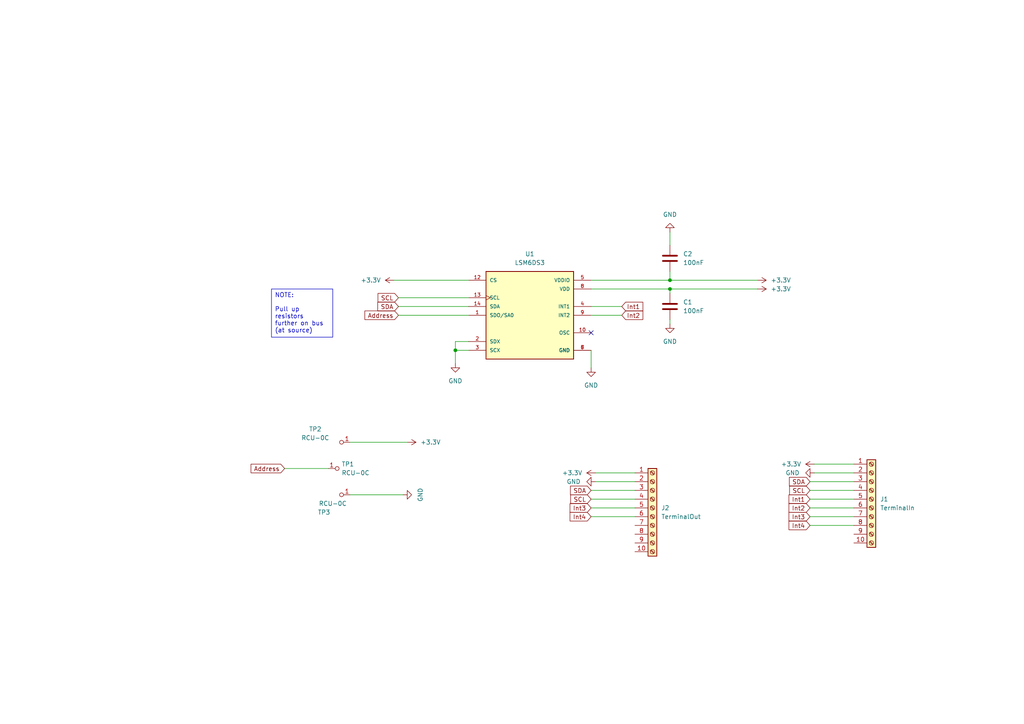
<source format=kicad_sch>
(kicad_sch (version 20230121) (generator eeschema)
  (paper "A4")
  (lib_symbols
    (symbol "Connector:Screw_Terminal_01x10" (pin_names (offset 1.016) hide)
      (property "Reference" "J" (at 0 12.7 0))
      (property "Value" "Screw_Terminal_01x10" (at 0 -15.24 0))
      (symbol "Screw_Terminal_01x10_1_1"
        (rectangle (start -1.27 11.43) (end 1.27 -13.97) (stroke (width 0.254)) (fill (type background)))
        (circle (center 0 -12.7) (radius 0.635) (stroke (width 0.1524)))
        (circle (center 0 -10.16) (radius 0.635) (stroke (width 0.1524)))
        (circle (center 0 -7.62) (radius 0.635) (stroke (width 0.1524)))
        (circle (center 0 -5.08) (radius 0.635) (stroke (width 0.1524)))
        (circle (center 0 -2.54) (radius 0.635) (stroke (width 0.1524)))
        (polyline (pts (xy -0.5334 -12.3698) (xy 0.3302 -13.208)) (stroke (width 0.1524)))
        (polyline (pts (xy -0.5334 -9.8298) (xy 0.3302 -10.668)) (stroke (width 0.1524)))
        (polyline (pts (xy -0.5334 -7.2898) (xy 0.3302 -8.128)) (stroke (width 0.1524)))
        (polyline (pts (xy -0.5334 -4.7498) (xy 0.3302 -5.588)) (stroke (width 0.1524)))
        (polyline (pts (xy -0.5334 -2.2098) (xy 0.3302 -3.048)) (stroke (width 0.1524)))
        (polyline (pts (xy -0.5334 0.3302) (xy 0.3302 -0.508)) (stroke (width 0.1524)))
        (polyline (pts (xy -0.5334 2.8702) (xy 0.3302 2.032)) (stroke (width 0.1524)))
        (polyline (pts (xy -0.5334 5.4102) (xy 0.3302 4.572)) (stroke (width 0.1524)))
        (polyline (pts (xy -0.5334 7.9502) (xy 0.3302 7.112)) (stroke (width 0.1524)))
        (polyline (pts (xy -0.5334 10.4902) (xy 0.3302 9.652)) (stroke (width 0.1524)))
        (polyline (pts (xy -0.3556 -12.192) (xy 0.508 -13.0302)) (stroke (width 0.1524)))
        (polyline (pts (xy -0.3556 -9.652) (xy 0.508 -10.4902)) (stroke (width 0.1524)))
        (polyline (pts (xy -0.3556 -7.112) (xy 0.508 -7.9502)) (stroke (width 0.1524)))
        (polyline (pts (xy -0.3556 -4.572) (xy 0.508 -5.4102)) (stroke (width 0.1524)))
        (polyline (pts (xy -0.3556 -2.032) (xy 0.508 -2.8702)) (stroke (width 0.1524)))
        (polyline (pts (xy -0.3556 0.508) (xy 0.508 -0.3302)) (stroke (width 0.1524)))
        (polyline (pts (xy -0.3556 3.048) (xy 0.508 2.2098)) (stroke (width 0.1524)))
        (polyline (pts (xy -0.3556 5.588) (xy 0.508 4.7498)) (stroke (width 0.1524)))
        (polyline (pts (xy -0.3556 8.128) (xy 0.508 7.2898)) (stroke (width 0.1524)))
        (polyline (pts (xy -0.3556 10.668) (xy 0.508 9.8298)) (stroke (width 0.1524)))
        (circle (center 0 0) (radius 0.635) (stroke (width 0.1524)))
        (circle (center 0 2.54) (radius 0.635) (stroke (width 0.1524)))
        (circle (center 0 5.08) (radius 0.635) (stroke (width 0.1524)))
        (circle (center 0 7.62) (radius 0.635) (stroke (width 0.1524)))
        (circle (center 0 10.16) (radius 0.635) (stroke (width 0.1524)))
        (pin passive line (at -5.08 10.16 0) (length 3.81) (name "Pin_1") (number "1"))
        (pin passive line (at -5.08 -12.7 0) (length 3.81) (name "Pin_10") (number "10"))
        (pin passive line (at -5.08 7.62 0) (length 3.81) (name "Pin_2") (number "2"))
        (pin passive line (at -5.08 5.08 0) (length 3.81) (name "Pin_3") (number "3"))
        (pin passive line (at -5.08 2.54 0) (length 3.81) (name "Pin_4") (number "4"))
        (pin passive line (at -5.08 0 0) (length 3.81) (name "Pin_5") (number "5"))
        (pin passive line (at -5.08 -2.54 0) (length 3.81) (name "Pin_6") (number "6"))
        (pin passive line (at -5.08 -5.08 0) (length 3.81) (name "Pin_7") (number "7"))
        (pin passive line (at -5.08 -7.62 0) (length 3.81) (name "Pin_8") (number "8"))
        (pin passive line (at -5.08 -10.16 0) (length 3.81) (name "Pin_9") (number "9"))
      )
    )
    (symbol "Device:C" (pin_numbers hide) (pin_names (offset 0.254))
      (property "Reference" "C" (at 0.635 2.54 0))
      (property "Value" "C" (at 0.635 -2.54 0))
      (symbol "C_0_1"
        (polyline (pts (xy -2.032 -0.762) (xy 2.032 -0.762)) (stroke (width 0.508)))
        (polyline (pts (xy -2.032 0.762) (xy 2.032 0.762)) (stroke (width 0.508)))
      )
      (symbol "C_1_1"
        (pin passive line (at 0 3.81 270) (length 2.794) (name "~") (number "1"))
        (pin passive line (at 0 -3.81 90) (length 2.794) (name "~") (number "2"))
      )
    )
    (symbol "LSM6DS3:LSM6DS3" (pin_names (offset 1.016))
      (property "Reference" "U" (at -12.7204 13.2292 0))
      (property "Value" "LSM6DS3" (at -12.7011 -15.2414 0))
      (symbol "LSM6DS3_0_0"
        (rectangle (start -12.7 -12.7) (end 12.7 12.7) (stroke (width 0.254)) (fill (type background)))
        (pin bidirectional line (at -17.78 0 0) (length 5.08) (name "SDO/SA0") (number "1"))
        (pin bidirectional line (at 17.78 -5.08 180) (length 5.08) (name "OSC") (number "10"))
        (pin input line (at -17.78 10.16 0) (length 5.08) (name "CS") (number "12"))
        (pin input clock (at -17.78 5.08 0) (length 5.08) (name "SCL") (number "13"))
        (pin bidirectional line (at -17.78 2.54 0) (length 5.08) (name "SDA") (number "14"))
        (pin bidirectional line (at -17.78 -7.62 0) (length 5.08) (name "SDX") (number "2"))
        (pin bidirectional line (at -17.78 -10.16 0) (length 5.08) (name "SCX") (number "3"))
        (pin output line (at 17.78 2.54 180) (length 5.08) (name "INT1") (number "4"))
        (pin power_in line (at 17.78 10.16 180) (length 5.08) (name "VDDIO") (number "5"))
        (pin power_in line (at 17.78 -10.16 180) (length 5.08) (name "GND") (number "6"))
        (pin power_in line (at 17.78 -10.16 180) (length 5.08) (name "GND") (number "7"))
        (pin power_in line (at 17.78 7.62 180) (length 5.08) (name "VDD") (number "8"))
        (pin output line (at 17.78 0 180) (length 5.08) (name "INT2") (number "9"))
      )
    )
    (symbol "dk_Test-Points:RCU-0C" (pin_names (offset 1.016))
      (property "Reference" "TP" (at -2.54 1.27 0))
      (property "Value" "RCU-0C" (at 0 -2.54 0))
      (symbol "RCU-0C_0_1"
        (circle (center 0 0) (radius 0.5588))
      )
      (symbol "RCU-0C_1_1"
        (pin passive line (at 0 2.54 270) (length 1.905) (name "~") (number "1"))
      )
    )
    (symbol "power:+3.3V" (power) (pin_names (offset 0))
      (property "Value" "+3.3V" (at 0 3.556 0))
      (symbol "+3.3V_0_1"
        (polyline (pts (xy -0.762 1.27) (xy 0 2.54)))
        (polyline (pts (xy 0 0) (xy 0 2.54)))
        (polyline (pts (xy 0 2.54) (xy 0.762 1.27)))
      )
      (symbol "+3.3V_1_1"
        (pin power_in line (at 0 0 90) (length 0) hide (name "+3.3V") (number "1"))
      )
    )
    (symbol "power:GND" (power) (pin_names (offset 0))
      (property "Value" "GND" (at 0 -3.81 0))
      (symbol "GND_0_1"
        (polyline (pts (xy 0 0) (xy 0 -1.27) (xy 1.27 -1.27) (xy 0 -2.54) (xy -1.27 -1.27) (xy 0 -1.27)))
      )
      (symbol "GND_1_1"
        (pin power_in line (at 0 0 270) (length 0) hide (name "GND") (number "1"))
      )
    )
  )
  (junction (at 194.31 83.82))
  (junction (at 194.31 81.28))
  (junction (at 132.08 101.6))
  (no_connect (at 171.45 96.52))
  (wire (pts (xy 236.22 137.16) (xy 247.65 137.16)))
  (wire (pts (xy 114.3 81.28) (xy 135.89 81.28)))
  (wire (pts (xy 234.95 144.78) (xy 247.65 144.78)))
  (wire (pts (xy 234.95 139.7) (xy 247.65 139.7)))
  (wire (pts (xy 171.45 149.86) (xy 184.15 149.86)))
  (wire (pts (xy 171.45 83.82) (xy 194.31 83.82)))
  (wire (pts (xy 115.57 86.36) (xy 135.89 86.36)))
  (wire (pts (xy 172.72 137.16) (xy 184.15 137.16)))
  (wire (pts (xy 234.95 142.24) (xy 247.65 142.24)))
  (wire (pts (xy 194.31 78.74) (xy 194.31 81.28)))
  (wire (pts (xy 101.6 128.27) (xy 118.11 128.27)))
  (wire (pts (xy 194.31 83.82) (xy 194.31 85.09)))
  (wire (pts (xy 115.57 88.9) (xy 135.89 88.9)))
  (wire (pts (xy 171.45 101.6) (xy 171.45 106.68)))
  (wire (pts (xy 234.95 147.32) (xy 247.65 147.32)))
  (wire (pts (xy 234.95 152.4) (xy 247.65 152.4)))
  (wire (pts (xy 135.89 101.6) (xy 132.08 101.6)))
  (wire (pts (xy 171.45 81.28) (xy 194.31 81.28)))
  (wire (pts (xy 82.55 135.89) (xy 95.25 135.89)))
  (wire (pts (xy 171.45 142.24) (xy 184.15 142.24)))
  (wire (pts (xy 194.31 67.31) (xy 194.31 71.12)))
  (wire (pts (xy 194.31 83.82) (xy 219.71 83.82)))
  (wire (pts (xy 135.89 99.06) (xy 132.08 99.06)))
  (wire (pts (xy 115.57 91.44) (xy 135.89 91.44)))
  (wire (pts (xy 171.45 91.44) (xy 180.34 91.44)))
  (wire (pts (xy 234.95 149.86) (xy 247.65 149.86)))
  (wire (pts (xy 194.31 93.98) (xy 194.31 92.71)))
  (wire (pts (xy 132.08 99.06) (xy 132.08 101.6)))
  (wire (pts (xy 132.08 101.6) (xy 132.08 105.41)))
  (wire (pts (xy 171.45 88.9) (xy 180.34 88.9)))
  (wire (pts (xy 171.45 144.78) (xy 184.15 144.78)))
  (wire (pts (xy 171.45 147.32) (xy 184.15 147.32)))
  (wire (pts (xy 172.72 139.7) (xy 184.15 139.7)))
  (wire (pts (xy 101.6 143.51) (xy 116.84 143.51)))
  (wire (pts (xy 194.31 81.28) (xy 219.71 81.28)))
  (wire (pts (xy 236.22 134.62) (xy 247.65 134.62)))
  (text_box "NOTE:\n\nPull up resistors\nfurther on bus (at source)" (at 78.74 83.82 0) (size 17.78 13.97) (effects (font (size 1.27 1.27)) (justify left top)))
  (global_label "Int2" (shape input) (at 180.34 91.44 0) (property "Intersheetrefs" "${INTERSHEET_REFS}" (effects hide)))
  (global_label "Int1" (shape input) (at 234.95 144.78 180) (property "Intersheetrefs" "${INTERSHEET_REFS}" (effects hide)))
  (global_label "Address" (shape input) (at 82.55 135.89 180) (property "Intersheetrefs" "${INTERSHEET_REFS}" (effects hide)))
  (global_label "Address" (shape input) (at 115.57 91.44 180) (property "Intersheetrefs" "${INTERSHEET_REFS}" (effects hide)))
  (global_label "SDA" (shape input) (at 115.57 88.9 180) (property "Intersheetrefs" "${INTERSHEET_REFS}" (effects hide)))
  (global_label "SDA" (shape input) (at 171.45 142.24 180) (property "Intersheetrefs" "${INTERSHEET_REFS}" (effects hide)))
  (global_label "Int4" (shape input) (at 234.95 152.4 180) (property "Intersheetrefs" "${INTERSHEET_REFS}" (effects hide)))
  (global_label "Int1" (shape input) (at 180.34 88.9 0) (property "Intersheetrefs" "${INTERSHEET_REFS}" (effects hide)))
  (global_label "Int3" (shape input) (at 171.45 147.32 180) (property "Intersheetrefs" "${INTERSHEET_REFS}" (effects hide)))
  (global_label "SDA" (shape input) (at 234.95 139.7 180) (property "Intersheetrefs" "${INTERSHEET_REFS}" (effects hide)))
  (global_label "SCL" (shape input) (at 115.57 86.36 180) (property "Intersheetrefs" "${INTERSHEET_REFS}" (effects hide)))
  (global_label "SCL" (shape input) (at 171.45 144.78 180) (property "Intersheetrefs" "${INTERSHEET_REFS}" (effects hide)))
  (global_label "Int3" (shape input) (at 234.95 149.86 180) (property "Intersheetrefs" "${INTERSHEET_REFS}" (effects hide)))
  (global_label "Int2" (shape input) (at 234.95 147.32 180) (property "Intersheetrefs" "${INTERSHEET_REFS}" (effects hide)))
  (global_label "SCL" (shape input) (at 234.95 142.24 180) (property "Intersheetrefs" "${INTERSHEET_REFS}" (effects hide)))
  (global_label "Int4" (shape input) (at 171.45 149.86 180) (property "Intersheetrefs" "${INTERSHEET_REFS}" (effects hide)))
  (symbol (lib_id "power:GND") (at 132.08 105.41 0) (unit 1)
    (property "Reference" "#PWR06" (effects hide))
    (property "Value" "GND" (at 132.08 110.49 0))
  )
  (symbol (lib_id "power:+3.3V") (at 219.71 83.82 270) (unit 1)
    (property "Reference" "#PWR08" (effects hide))
    (property "Value" "+3.3V" (at 223.52 83.82 90) (effects (justify left)))
  )
  (symbol (lib_id "power:GND") (at 194.31 67.31 180) (unit 1)
    (property "Reference" "#PWR04" (effects hide))
    (property "Value" "GND" (at 194.31 62.23 0))
  )
  (symbol (lib_id "dk_Test-Points:RCU-0C") (at 99.06 128.27 270) (unit 1)
    (property "Reference" "TP2" (at 91.44 124.46 90))
    (property "Value" "RCU-0C" (at 91.44 127 90))
    (property "Footprint" "digikey-footprints:PROBE_PAD_0603" (effects hide))
    (property "Datasheet" "https://www.te.com/commerce/DocumentDelivery/DDEController?Action=srchrtrv&DocNm=1773266&DocType=DS&DocLang=English" (effects hide))
    (property "Digi-Key_PN" "A106145CT-ND" (effects hide))
    (property "MPN" "RCU-0C" (effects hide))
    (property "Category" "Test and Measurement" (effects hide))
    (property "Family" "Test Points" (effects hide))
    (property "DK_Datasheet_Link" "https://www.te.com/commerce/DocumentDelivery/DDEController?Action=srchrtrv&DocNm=1773266&DocType=DS&DocLang=English" (effects hide))
    (property "DK_Detail_Page" "/product-detail/en/te-connectivity-amp-connectors/RCU-0C/A106145CT-ND/3477802" (effects hide))
    (property "Description" "PC TEST POINT NATURAL" (effects hide))
    (property "Manufacturer" "TE Connectivity AMP Connectors" (effects hide))
    (property "Status" "Active" (effects hide))
  )
  (symbol (lib_id "power:GND") (at 172.72 139.7 270) (unit 1)
    (property "Reference" "#PWR013" (effects hide))
    (property "Value" "GND" (at 166.37 139.7 90))
  )
  (symbol (lib_id "Device:C") (at 194.31 74.93 0) (unit 1)
    (property "Reference" "C2" (at 198.12 73.66 0) (effects (justify left)))
    (property "Value" "100nF" (at 198.12 76.2 0) (effects (justify left)))
    (property "Footprint" "Capacitor_SMD:C_0201_0603Metric" (effects hide))
  )
  (symbol (lib_id "LSM6DS3:LSM6DS3") (at 153.67 91.44 0) (unit 1)
    (property "Reference" "U1" (at 153.67 73.66 0))
    (property "Value" "LSM6DS3" (at 153.67 76.2 0))
    (property "Footprint" "LSM6DS3:PQFN50P300X250X86-14N" (effects hide))
    (property "PARTREV" "2" (effects hide))
  )
  (symbol (lib_id "power:GND") (at 171.45 106.68 0) (unit 1)
    (property "Reference" "#PWR03" (effects hide))
    (property "Value" "GND" (at 171.45 111.76 0))
  )
  (symbol (lib_id "power:GND") (at 194.31 93.98 0) (unit 1)
    (property "Reference" "#PWR02" (effects hide))
    (property "Value" "GND" (at 194.31 99.06 0))
  )
  (symbol (lib_id "dk_Test-Points:RCU-0C") (at 97.79 135.89 90) (unit 1)
    (property "Reference" "TP1" (at 99.06 134.62 90) (effects (justify right)))
    (property "Value" "RCU-0C" (at 99.06 137.16 90) (effects (justify right)))
    (property "Footprint" "digikey-footprints:PROBE_PAD_0603" (effects hide))
    (property "Datasheet" "https://www.te.com/commerce/DocumentDelivery/DDEController?Action=srchrtrv&DocNm=1773266&DocType=DS&DocLang=English" (effects hide))
    (property "Digi-Key_PN" "A106145CT-ND" (effects hide))
    (property "MPN" "RCU-0C" (effects hide))
    (property "Category" "Test and Measurement" (effects hide))
    (property "Family" "Test Points" (effects hide))
    (property "DK_Datasheet_Link" "https://www.te.com/commerce/DocumentDelivery/DDEController?Action=srchrtrv&DocNm=1773266&DocType=DS&DocLang=English" (effects hide))
    (property "DK_Detail_Page" "/product-detail/en/te-connectivity-amp-connectors/RCU-0C/A106145CT-ND/3477802" (effects hide))
    (property "Description" "PC TEST POINT NATURAL" (effects hide))
    (property "Manufacturer" "TE Connectivity AMP Connectors" (effects hide))
    (property "Status" "Active" (effects hide))
  )
  (symbol (lib_id "dk_Test-Points:RCU-0C") (at 99.06 143.51 270) (unit 1)
    (property "Reference" "TP3" (at 93.98 148.59 90))
    (property "Value" "RCU-0C" (at 96.52 146.05 90))
    (property "Footprint" "digikey-footprints:PROBE_PAD_0603" (effects hide))
    (property "Datasheet" "https://www.te.com/commerce/DocumentDelivery/DDEController?Action=srchrtrv&DocNm=1773266&DocType=DS&DocLang=English" (effects hide))
    (property "Digi-Key_PN" "A106145CT-ND" (effects hide))
    (property "MPN" "RCU-0C" (effects hide))
    (property "Category" "Test and Measurement" (effects hide))
    (property "Family" "Test Points" (effects hide))
    (property "DK_Datasheet_Link" "https://www.te.com/commerce/DocumentDelivery/DDEController?Action=srchrtrv&DocNm=1773266&DocType=DS&DocLang=English" (effects hide))
    (property "DK_Detail_Page" "/product-detail/en/te-connectivity-amp-connectors/RCU-0C/A106145CT-ND/3477802" (effects hide))
    (property "Description" "PC TEST POINT NATURAL" (effects hide))
    (property "Manufacturer" "TE Connectivity AMP Connectors" (effects hide))
    (property "Status" "Active" (effects hide))
  )
  (symbol (lib_id "Connector:Screw_Terminal_01x10") (at 189.23 147.32 0) (unit 1)
    (property "Reference" "J2" (at 191.77 147.32 0) (effects (justify left)))
    (property "Value" "TerminalOut" (at 191.77 149.86 0) (effects (justify left)))
    (property "Footprint" "TerminalBlock_Phoenix:TerminalBlock_Phoenix_MKDS-1,5-10_1x10_P5.00mm_Horizontal" (effects hide))
  )
  (symbol (lib_id "power:+3.3V") (at 236.22 134.62 90) (unit 1)
    (property "Reference" "#PWR09" (effects hide))
    (property "Value" "+3.3V" (at 232.41 134.62 90) (effects (justify left)))
  )
  (symbol (lib_id "Connector:Screw_Terminal_01x10") (at 252.73 144.78 0) (unit 1)
    (property "Reference" "J1" (at 255.27 144.78 0) (effects (justify left)))
    (property "Value" "TerminalIn" (at 255.27 147.32 0) (effects (justify left)))
    (property "Footprint" "TerminalBlock_Phoenix:TerminalBlock_Phoenix_MKDS-1,5-10_1x10_P5.00mm_Horizontal" (effects hide))
  )
  (symbol (lib_id "power:GND") (at 116.84 143.51 90) (unit 1)
    (property "Reference" "#PWR05" (effects hide))
    (property "Value" "GND" (at 121.92 143.51 0))
  )
  (symbol (lib_id "power:+3.3V") (at 118.11 128.27 270) (unit 1)
    (property "Reference" "#PWR01" (effects hide))
    (property "Value" "+3.3V" (at 121.92 128.27 90) (effects (justify left)))
  )
  (symbol (lib_id "power:GND") (at 236.22 137.16 270) (unit 1)
    (property "Reference" "#PWR010" (effects hide))
    (property "Value" "GND" (at 229.87 137.16 90))
  )
  (symbol (lib_id "power:+3.3V") (at 219.71 81.28 270) (unit 1)
    (property "Reference" "#PWR07" (effects hide))
    (property "Value" "+3.3V" (at 223.52 81.28 90) (effects (justify left)))
  )
  (symbol (lib_id "power:+3.3V") (at 114.3 81.28 90) (unit 1)
    (property "Reference" "#PWR011" (effects hide))
    (property "Value" "+3.3V" (at 110.49 81.28 90) (effects (justify left)))
  )
  (symbol (lib_id "power:+3.3V") (at 172.72 137.16 90) (unit 1)
    (property "Reference" "#PWR012" (effects hide))
    (property "Value" "+3.3V" (at 168.91 137.16 90) (effects (justify left)))
  )
  (symbol (lib_id "Device:C") (at 194.31 88.9 0) (unit 1)
    (property "Reference" "C1" (at 198.12 87.63 0) (effects (justify left)))
    (property "Value" "100nF" (at 198.12 90.17 0) (effects (justify left)))
    (property "Footprint" "Capacitor_SMD:C_0201_0603Metric" (effects hide))
  )
)
</source>
